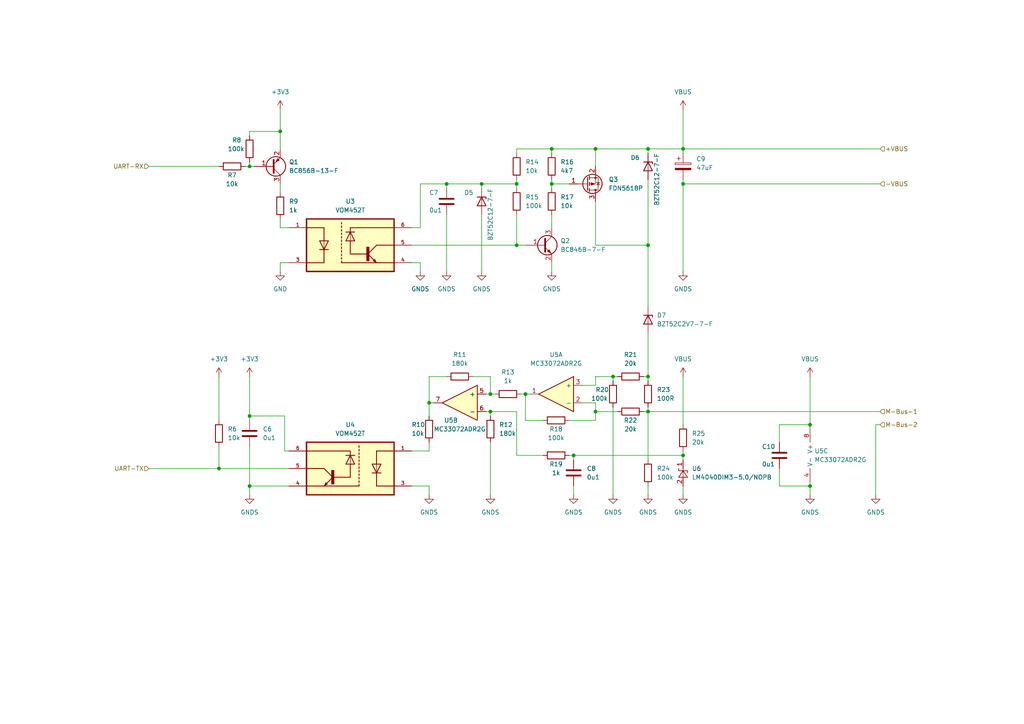
<source format=kicad_sch>
(kicad_sch (version 20211123) (generator eeschema)
  (paper "A4")
  (title_block (title "M-Bus Master Interface") (date "2023-06-27") (rev "1.0") (company "GrayC GmbH") (comment 1 "Fabian Schlegel") (comment 2 "36V Bus Level / 3.3V UART Level") (comment 4 "M-Bus to UART Level Shifter"))
  (lib_symbols
    (symbol "Device:C" (pin_numbers hide) (pin_names (offset 0.254))
      (property "Reference" "C" (at 0.635 2.54 0))
      (property "Value" "C" (at 0.635 -2.54 0))
      (symbol "C_0_1"
        (polyline (pts (xy -2.032 -0.762) (xy 2.032 -0.762)) (stroke (width 0.508)))
        (polyline (pts (xy -2.032 0.762) (xy 2.032 0.762)) (stroke (width 0.508)))
      )
      (symbol "C_1_1"
        (pin passive line (at 0 3.81 270) (length 2.794) (name "~") (number "1"))
        (pin passive line (at 0 -3.81 90) (length 2.794) (name "~") (number "2"))
      )
    )
    (symbol "Device:C_Polarized" (pin_numbers hide) (pin_names (offset 0.254))
      (property "Reference" "C" (at 0.635 2.54 0))
      (property "Value" "C_Polarized" (at 0.635 -2.54 0))
      (symbol "C_Polarized_0_1"
        (rectangle (start -2.286 0.508) (end 2.286 1.016))
        (polyline (pts (xy -1.778 2.286) (xy -0.762 2.286)))
        (polyline (pts (xy -1.27 2.794) (xy -1.27 1.778)))
        (rectangle (start 2.286 -0.508) (end -2.286 -1.016) (fill (type outline)))
      )
      (symbol "C_Polarized_1_1"
        (pin passive line (at 0 3.81 270) (length 2.794) (name "~") (number "1"))
        (pin passive line (at 0 -3.81 90) (length 2.794) (name "~") (number "2"))
      )
    )
    (symbol "Device:D_Zener" (pin_numbers hide) (pin_names (offset 1.016) hide)
      (property "Reference" "D" (at 0 2.54 0))
      (property "Value" "D_Zener" (at 0 -2.54 0))
      (symbol "D_Zener_0_1"
        (polyline (pts (xy 1.27 0) (xy -1.27 0)))
        (polyline (pts (xy -1.27 -1.27) (xy -1.27 1.27) (xy -0.762 1.27)) (stroke (width 0.254)))
        (polyline (pts (xy 1.27 -1.27) (xy 1.27 1.27) (xy -1.27 0) (xy 1.27 -1.27)) (stroke (width 0.254)))
      )
      (symbol "D_Zener_1_1"
        (pin passive line (at -3.81 0 0) (length 2.54) (name "K") (number "1"))
        (pin passive line (at 3.81 0 180) (length 2.54) (name "A") (number "2"))
      )
    )
    (symbol "Device:Opamp_Dual"
      (property "Reference" "U" (at 0 5.08 0))
      (property "Value" "Opamp_Dual" (at 0 -5.08 0))
      (symbol "Opamp_Dual_1_1"
        (polyline (pts (xy -5.08 5.08) (xy 5.08 0) (xy -5.08 -5.08) (xy -5.08 5.08)) (stroke (width 0.254)) (fill (type background)))
        (pin output line (at 7.62 0 180) (length 2.54) (name "~") (number "1"))
        (pin input line (at -7.62 -2.54 0) (length 2.54) (name "-") (number "2"))
        (pin input line (at -7.62 2.54 0) (length 2.54) (name "+") (number "3"))
      )
      (symbol "Opamp_Dual_2_1"
        (polyline (pts (xy -5.08 5.08) (xy 5.08 0) (xy -5.08 -5.08) (xy -5.08 5.08)) (stroke (width 0.254)) (fill (type background)))
        (pin input line (at -7.62 2.54 0) (length 2.54) (name "+") (number "5"))
        (pin input line (at -7.62 -2.54 0) (length 2.54) (name "-") (number "6"))
        (pin output line (at 7.62 0 180) (length 2.54) (name "~") (number "7"))
      )
      (symbol "Opamp_Dual_3_1"
        (pin power_in line (at -2.54 -7.62 90) (length 3.81) (name "V-") (number "4"))
        (pin power_in line (at -2.54 7.62 270) (length 3.81) (name "V+") (number "8"))
      )
    )
    (symbol "Device:Q_PMOS_GSD" (pin_names (offset 0) hide)
      (property "Reference" "Q" (at 5.08 1.27 0))
      (property "Value" "Q_PMOS_GSD" (at 5.08 -1.27 0))
      (symbol "Q_PMOS_GSD_0_1"
        (polyline (pts (xy 0.254 0) (xy -2.54 0)))
        (polyline (pts (xy 0.254 1.905) (xy 0.254 -1.905)) (stroke (width 0.254)))
        (polyline (pts (xy 0.762 -1.27) (xy 0.762 -2.286)) (stroke (width 0.254)))
        (polyline (pts (xy 0.762 0.508) (xy 0.762 -0.508)) (stroke (width 0.254)))
        (polyline (pts (xy 0.762 2.286) (xy 0.762 1.27)) (stroke (width 0.254)))
        (polyline (pts (xy 2.54 2.54) (xy 2.54 1.778)))
        (polyline (pts (xy 2.54 -2.54) (xy 2.54 0) (xy 0.762 0)))
        (polyline (pts (xy 0.762 1.778) (xy 3.302 1.778) (xy 3.302 -1.778) (xy 0.762 -1.778)))
        (polyline (pts (xy 2.286 0) (xy 1.27 0.381) (xy 1.27 -0.381) (xy 2.286 0)) (fill (type outline)))
        (polyline (pts (xy 2.794 -0.508) (xy 2.921 -0.381) (xy 3.683 -0.381) (xy 3.81 -0.254)))
        (polyline (pts (xy 3.302 -0.381) (xy 2.921 0.254) (xy 3.683 0.254) (xy 3.302 -0.381)))
        (circle (center 1.651 0) (radius 2.794) (stroke (width 0.254)))
        (circle (center 2.54 -1.778) (radius 0.254) (fill (type outline)))
        (circle (center 2.54 1.778) (radius 0.254) (fill (type outline)))
      )
      (symbol "Q_PMOS_GSD_1_1"
        (pin input line (at -5.08 0 0) (length 2.54) (name "G") (number "1"))
        (pin passive line (at 2.54 -5.08 90) (length 2.54) (name "S") (number "2"))
        (pin passive line (at 2.54 5.08 270) (length 2.54) (name "D") (number "3"))
      )
    )
    (symbol "Device:R" (pin_numbers hide) (pin_names (offset 0))
      (property "Reference" "R" (at 2.032 0 90))
      (property "Value" "R" (at 0 0 90))
      (symbol "R_0_1"
        (rectangle (start -1.016 -2.54) (end 1.016 2.54) (stroke (width 0.254)))
      )
      (symbol "R_1_1"
        (pin passive line (at 0 3.81 270) (length 1.27) (name "~") (number "1"))
        (pin passive line (at 0 -3.81 90) (length 1.27) (name "~") (number "2"))
      )
    )
    (symbol "Reference_Voltage:LM4040DBZ-5" (pin_names (offset 0.0254) hide)
      (property "Reference" "U" (at 0 2.54 0))
      (property "Value" "LM4040DBZ-5" (at 0 -3.175 0))
      (symbol "LM4040DBZ-5_0_1"
        (polyline (pts (xy -1.27 0) (xy 0 0) (xy 1.27 0)))
        (polyline (pts (xy -1.27 -1.27) (xy 0.635 0) (xy -1.27 1.27) (xy -1.27 -1.27)) (stroke (width 0.2032)))
        (polyline (pts (xy 0 -1.27) (xy 0.635 -1.27) (xy 0.635 1.27) (xy 1.27 1.27)) (stroke (width 0.2032)))
      )
      (symbol "LM4040DBZ-5_1_1"
        (pin passive line (at 3.81 0 180) (length 2.54) (name "K") (number "1"))
        (pin passive line (at -3.81 0 0) (length 2.54) (name "A") (number "2"))
      )
    )
    (symbol "Transistor_BJT:BC846" (pin_names (offset 0) hide)
      (property "Reference" "Q" (at 5.08 1.905 0))
      (property "Value" "BC846" (at 5.08 0 0))
      (symbol "BC846_0_1"
        (polyline (pts (xy 0.635 0.635) (xy 2.54 2.54)))
        (polyline (pts (xy 0.635 -0.635) (xy 2.54 -2.54) (xy 2.54 -2.54)))
        (polyline (pts (xy 0.635 1.905) (xy 0.635 -1.905) (xy 0.635 -1.905)) (stroke (width 0.508)))
        (polyline (pts (xy 1.27 -1.778) (xy 1.778 -1.27) (xy 2.286 -2.286) (xy 1.27 -1.778) (xy 1.27 -1.778)) (fill (type outline)))
        (circle (center 1.27 0) (radius 2.8194) (stroke (width 0.254)))
      )
      (symbol "BC846_1_1"
        (pin input line (at -5.08 0 0) (length 5.715) (name "B") (number "1"))
        (pin passive line (at 2.54 -5.08 90) (length 2.54) (name "E") (number "2"))
        (pin passive line (at 2.54 5.08 270) (length 2.54) (name "C") (number "3"))
      )
    )
    (symbol "Transistor_BJT:BC856" (pin_names (offset 0) hide)
      (property "Reference" "Q" (at 5.08 1.905 0))
      (property "Value" "BC856" (at 5.08 0 0))
      (symbol "BC856_0_1"
        (polyline (pts (xy 0.635 0.635) (xy 2.54 2.54)))
        (polyline (pts (xy 0.635 -0.635) (xy 2.54 -2.54) (xy 2.54 -2.54)))
        (polyline (pts (xy 0.635 1.905) (xy 0.635 -1.905) (xy 0.635 -1.905)) (stroke (width 0.508)))
        (polyline (pts (xy 2.286 -1.778) (xy 1.778 -2.286) (xy 1.27 -1.27) (xy 2.286 -1.778) (xy 2.286 -1.778)) (fill (type outline)))
        (circle (center 1.27 0) (radius 2.8194) (stroke (width 0.254)))
      )
      (symbol "BC856_1_1"
        (pin input line (at -5.08 0 0) (length 5.715) (name "B") (number "1"))
        (pin passive line (at 2.54 -5.08 90) (length 2.54) (name "E") (number "2"))
        (pin passive line (at 2.54 5.08 270) (length 2.54) (name "C") (number "3"))
      )
    )
    (symbol "VOM452T:VOM452T" (pin_names (offset 1.016))
      (property "Reference" "U" (at -5.0881 8.141 0))
      (property "Value" "VOM452T" (at -5.0815 -10.1631 0))
      (symbol "VOM452T_0_0"
        (rectangle (start -12.7 -7.62) (end 12.7 7.62) (stroke (width 0.4064)) (fill (type background)))
        (polyline (pts (xy -7.62 -5.08) (xy -12.7 -5.08)) (stroke (width 0.254)))
        (polyline (pts (xy -7.62 -1.27) (xy -8.89 -1.27)) (stroke (width 0.254)))
        (polyline (pts (xy -7.62 -1.27) (xy -8.89 1.27)) (stroke (width 0.254)))
        (polyline (pts (xy -7.62 -1.27) (xy -7.62 -5.08)) (stroke (width 0.254)))
        (polyline (pts (xy -7.62 1.27) (xy -8.89 1.27)) (stroke (width 0.254)))
        (polyline (pts (xy -7.62 1.27) (xy -7.62 -1.27)) (stroke (width 0.1524)))
        (polyline (pts (xy -7.62 1.27) (xy -7.62 5.08)) (stroke (width 0.254)))
        (polyline (pts (xy -7.62 5.08) (xy -12.7 5.08)) (stroke (width 0.254)))
        (polyline (pts (xy -6.35 -1.27) (xy -7.62 -1.27)) (stroke (width 0.254)))
        (polyline (pts (xy -6.35 1.27) (xy -7.62 -1.27)) (stroke (width 0.254)))
        (polyline (pts (xy -6.35 1.27) (xy -7.62 1.27)) (stroke (width 0.254)))
        (polyline (pts (xy -2.54 -5.08) (xy -2.54 -4.572)) (stroke (width 0.254)))
        (polyline (pts (xy -2.54 -4.064) (xy -2.54 -3.556)) (stroke (width 0.254)))
        (polyline (pts (xy -2.54 -3.048) (xy -2.54 -2.54)) (stroke (width 0.254)))
        (polyline (pts (xy -2.54 -2.032) (xy -2.54 -1.524)) (stroke (width 0.254)))
        (polyline (pts (xy -2.54 -1.016) (xy -2.54 -0.508)) (stroke (width 0.254)))
        (polyline (pts (xy -2.54 0) (xy -2.54 0.508)) (stroke (width 0.254)))
        (polyline (pts (xy -2.54 1.016) (xy -2.54 1.524)) (stroke (width 0.254)))
        (polyline (pts (xy -2.54 2.032) (xy -2.54 2.54)) (stroke (width 0.254)))
        (polyline (pts (xy -2.54 3.048) (xy -2.54 3.556)) (stroke (width 0.254)))
        (polyline (pts (xy -2.54 4.064) (xy -2.54 4.572)) (stroke (width 0.254)))
        (polyline (pts (xy -2.54 5.08) (xy -2.54 5.588)) (stroke (width 0.254)))
        (polyline (pts (xy -2.54 6.096) (xy -2.54 6.604)) (stroke (width 0.254)))
        (polyline (pts (xy -1.27 1.27) (xy 0 1.27)) (stroke (width 0.254)))
        (polyline (pts (xy -1.27 1.27) (xy 0 3.81)) (stroke (width 0.254)))
        (polyline (pts (xy -1.27 3.81) (xy 0 3.81)) (stroke (width 0.254)))
        (polyline (pts (xy 0 -2.54) (xy 5.08 -2.54)) (stroke (width 0.254)))
        (polyline (pts (xy 0 1.27) (xy 0 -2.54)) (stroke (width 0.254)))
        (polyline (pts (xy 0 1.27) (xy 0 3.81)) (stroke (width 0.1524)))
        (polyline (pts (xy 0 1.27) (xy 1.27 1.27)) (stroke (width 0.254)))
        (polyline (pts (xy 0 3.81) (xy 0 5.08)) (stroke (width 0.254)))
        (polyline (pts (xy 0 3.81) (xy 1.27 1.27)) (stroke (width 0.254)))
        (polyline (pts (xy 0 3.81) (xy 1.27 3.81)) (stroke (width 0.254)))
        (polyline (pts (xy 0 5.08) (xy 12.7 5.08)) (stroke (width 0.254)))
        (polyline (pts (xy 5.08 -2.54) (xy 7.62 -5.08)) (stroke (width 0.254)))
        (polyline (pts (xy 7.62 -5.08) (xy -2.54 -5.08)) (stroke (width 0.254)))
        (polyline (pts (xy 7.62 -5.08) (xy 12.7 -5.08)) (stroke (width 0.254)))
        (polyline (pts (xy 7.62 0) (xy 5.08 -2.54)) (stroke (width 0.254)))
        (polyline (pts (xy 7.62 0) (xy 12.7 0)) (stroke (width 0.254)))
        (polyline (pts (xy 7.493 -4.953) (xy 7.112 -4.064) (xy 6.604 -4.572) (xy 7.493 -4.953)) (stroke (width 0.1524)) (fill (type outline)))
        (rectangle (start 4.7066 -4.5794) (end 5.461 -0.508) (stroke (width 0.1)) (fill (type outline)))
        (pin passive line (at -17.78 5.08 0) (length 5.08) (name "~") (number "1"))
        (pin passive line (at -17.78 -5.08 0) (length 5.08) (name "~") (number "3"))
        (pin passive line (at 17.78 -5.08 180) (length 5.08) (name "~") (number "4"))
        (pin passive line (at 17.78 0 180) (length 5.08) (name "~") (number "5"))
        (pin power_in line (at 17.78 5.08 180) (length 5.08) (name "~") (number "6"))
      )
    )
    (symbol "power:+3V3" (power) (pin_names (offset 0))
      (property "Value" "+3V3" (at 0 3.556 0))
      (symbol "+3V3_0_1"
        (polyline (pts (xy -0.762 1.27) (xy 0 2.54)))
        (polyline (pts (xy 0 0) (xy 0 2.54)))
        (polyline (pts (xy 0 2.54) (xy 0.762 1.27)))
      )
      (symbol "+3V3_1_1"
        (pin power_in line (at 0 0 90) (length 0) hide (name "+3V3") (number "1"))
      )
    )
    (symbol "power:GND" (power) (pin_names (offset 0))
      (property "Value" "GND" (at 0 -3.81 0))
      (symbol "GND_0_1"
        (polyline (pts (xy 0 0) (xy 0 -1.27) (xy 1.27 -1.27) (xy 0 -2.54) (xy -1.27 -1.27) (xy 0 -1.27)))
      )
      (symbol "GND_1_1"
        (pin power_in line (at 0 0 270) (length 0) hide (name "GND") (number "1"))
      )
    )
    (symbol "power:GNDS" (power) (pin_names (offset 0))
      (property "Value" "GNDS" (at 0 -3.81 0))
      (symbol "GNDS_0_1"
        (polyline (pts (xy 0 0) (xy 0 -1.27) (xy 1.27 -1.27) (xy 0 -2.54) (xy -1.27 -1.27) (xy 0 -1.27)))
      )
      (symbol "GNDS_1_1"
        (pin power_in line (at 0 0 270) (length 0) hide (name "GNDS") (number "1"))
      )
    )
    (symbol "power:VBUS" (power) (pin_names (offset 0))
      (property "Value" "VBUS" (at 0 3.81 0))
      (symbol "VBUS_0_1"
        (polyline (pts (xy -0.762 1.27) (xy 0 2.54)))
        (polyline (pts (xy 0 0) (xy 0 2.54)))
        (polyline (pts (xy 0 2.54) (xy 0.762 1.27)))
      )
      (symbol "VBUS_1_1"
        (pin power_in line (at 0 0 90) (length 0) hide (name "VBUS") (number "1"))
      )
    )
  )
  (junction (at 72.39 48.26))
  (junction (at 81.28 38.1))
  (junction (at 198.12 43.18))
  (junction (at 142.24 114.3))
  (junction (at 198.12 53.34))
  (junction (at 152.4 114.3))
  (junction (at 142.24 119.38))
  (junction (at 160.02 43.18))
  (junction (at 149.86 53.34))
  (junction (at 166.37 132.08))
  (junction (at 72.39 120.65))
  (junction (at 129.54 53.34))
  (junction (at 187.96 43.18))
  (junction (at 149.86 71.12))
  (junction (at 187.96 119.38))
  (junction (at 198.12 132.08))
  (junction (at 177.8 109.22))
  (junction (at 124.46 116.84))
  (junction (at 160.02 53.34))
  (junction (at 72.39 140.97))
  (junction (at 234.95 140.97))
  (junction (at 172.72 43.18))
  (junction (at 63.5 135.89))
  (junction (at 187.96 71.12))
  (junction (at 234.95 123.19))
  (junction (at 172.72 119.38))
  (junction (at 139.7 53.34))
  (junction (at 187.96 109.22))
  (wire (pts (xy 177.8 109.22) (xy 179.07 109.22)))
  (wire (pts (xy 152.4 114.3) (xy 152.4 121.92)))
  (wire (pts (xy 149.86 71.12) (xy 152.4 71.12)))
  (wire (pts (xy 139.7 62.23) (xy 139.7 78.74)))
  (wire (pts (xy 149.86 44.45) (xy 149.86 43.18)))
  (wire (pts (xy 160.02 76.2) (xy 160.02 78.74)))
  (wire (pts (xy 124.46 109.22) (xy 129.54 109.22)))
  (wire (pts (xy 187.96 109.22) (xy 187.96 110.49)))
  (wire (pts (xy 82.55 120.65) (xy 82.55 130.81)))
  (wire (pts (xy 198.12 53.34) (xy 255.27 53.34)))
  (wire (pts (xy 172.72 116.84) (xy 172.72 119.38)))
  (wire (pts (xy 152.4 121.92) (xy 157.48 121.92)))
  (wire (pts (xy 160.02 53.34) (xy 160.02 54.61)))
  (wire (pts (xy 160.02 62.23) (xy 160.02 66.04)))
  (wire (pts (xy 72.39 121.92) (xy 72.39 120.65)))
  (wire (pts (xy 140.97 114.3) (xy 142.24 114.3)))
  (wire (pts (xy 172.72 43.18) (xy 172.72 48.26)))
  (wire (pts (xy 234.95 123.19) (xy 234.95 124.46)))
  (wire (pts (xy 139.7 53.34) (xy 139.7 54.61)))
  (wire (pts (xy 234.95 140.97) (xy 234.95 139.7)))
  (wire (pts (xy 187.96 43.18) (xy 198.12 43.18)))
  (wire (pts (xy 187.96 140.97) (xy 187.96 143.51)))
  (wire (pts (xy 124.46 116.84) (xy 124.46 120.65)))
  (wire (pts (xy 140.97 119.38) (xy 142.24 119.38)))
  (wire (pts (xy 119.38 71.12) (xy 149.86 71.12)))
  (wire (pts (xy 43.18 48.26) (xy 63.5 48.26)))
  (wire (pts (xy 255.27 43.18) (xy 198.12 43.18)))
  (wire (pts (xy 226.06 128.27) (xy 226.06 123.19)))
  (wire (pts (xy 72.39 129.54) (xy 72.39 140.97)))
  (wire (pts (xy 187.96 119.38) (xy 255.27 119.38)))
  (wire (pts (xy 187.96 44.45) (xy 187.96 43.18)))
  (wire (pts (xy 160.02 52.07) (xy 160.02 53.34)))
  (wire (pts (xy 187.96 52.07) (xy 187.96 71.12)))
  (wire (pts (xy 149.86 52.07) (xy 149.86 53.34)))
  (wire (pts (xy 129.54 53.34) (xy 129.54 54.61)))
  (wire (pts (xy 124.46 140.97) (xy 124.46 143.51)))
  (wire (pts (xy 125.73 116.84) (xy 124.46 116.84)))
  (wire (pts (xy 165.1 132.08) (xy 166.37 132.08)))
  (wire (pts (xy 160.02 43.18) (xy 160.02 44.45)))
  (wire (pts (xy 172.72 119.38) (xy 179.07 119.38)))
  (wire (pts (xy 226.06 140.97) (xy 234.95 140.97)))
  (wire (pts (xy 166.37 140.97) (xy 166.37 143.51)))
  (wire (pts (xy 142.24 119.38) (xy 142.24 120.65)))
  (wire (pts (xy 124.46 130.81) (xy 124.46 128.27)))
  (wire (pts (xy 121.92 76.2) (xy 121.92 78.74)))
  (wire (pts (xy 254 123.19) (xy 254 143.51)))
  (wire (pts (xy 137.16 109.22) (xy 142.24 109.22)))
  (wire (pts (xy 124.46 116.84) (xy 124.46 109.22)))
  (wire (pts (xy 139.7 53.34) (xy 149.86 53.34)))
  (wire (pts (xy 198.12 52.07) (xy 198.12 53.34)))
  (wire (pts (xy 234.95 109.22) (xy 234.95 123.19)))
  (wire (pts (xy 152.4 114.3) (xy 153.67 114.3)))
  (wire (pts (xy 121.92 53.34) (xy 129.54 53.34)))
  (wire (pts (xy 121.92 66.04) (xy 121.92 53.34)))
  (wire (pts (xy 149.86 132.08) (xy 149.86 119.38)))
  (wire (pts (xy 226.06 135.89) (xy 226.06 140.97)))
  (wire (pts (xy 119.38 130.81) (xy 124.46 130.81)))
  (wire (pts (xy 81.28 78.74) (xy 81.28 76.2)))
  (wire (pts (xy 119.38 66.04) (xy 121.92 66.04)))
  (wire (pts (xy 129.54 53.34) (xy 139.7 53.34)))
  (wire (pts (xy 168.91 116.84) (xy 172.72 116.84)))
  (wire (pts (xy 119.38 76.2) (xy 121.92 76.2)))
  (wire (pts (xy 198.12 132.08) (xy 198.12 133.35)))
  (wire (pts (xy 81.28 66.04) (xy 83.82 66.04)))
  (wire (pts (xy 172.72 109.22) (xy 177.8 109.22)))
  (wire (pts (xy 187.96 119.38) (xy 187.96 133.35)))
  (wire (pts (xy 166.37 132.08) (xy 198.12 132.08)))
  (wire (pts (xy 63.5 135.89) (xy 83.82 135.89)))
  (wire (pts (xy 160.02 43.18) (xy 172.72 43.18)))
  (wire (pts (xy 149.86 119.38) (xy 142.24 119.38)))
  (wire (pts (xy 172.72 119.38) (xy 172.72 121.92)))
  (wire (pts (xy 172.72 58.42) (xy 172.72 71.12)))
  (wire (pts (xy 71.12 48.26) (xy 72.39 48.26)))
  (wire (pts (xy 177.8 118.11) (xy 177.8 143.51)))
  (wire (pts (xy 81.28 31.75) (xy 81.28 38.1)))
  (wire (pts (xy 43.18 135.89) (xy 63.5 135.89)))
  (wire (pts (xy 63.5 129.54) (xy 63.5 135.89)))
  (wire (pts (xy 83.82 140.97) (xy 72.39 140.97)))
  (wire (pts (xy 157.48 132.08) (xy 149.86 132.08)))
  (wire (pts (xy 81.28 63.5) (xy 81.28 66.04)))
  (wire (pts (xy 187.96 119.38) (xy 187.96 118.11)))
  (wire (pts (xy 172.72 43.18) (xy 187.96 43.18)))
  (wire (pts (xy 142.24 114.3) (xy 143.51 114.3)))
  (wire (pts (xy 149.86 53.34) (xy 149.86 54.61)))
  (wire (pts (xy 255.27 123.19) (xy 254 123.19)))
  (wire (pts (xy 72.39 140.97) (xy 72.39 143.51)))
  (wire (pts (xy 119.38 140.97) (xy 124.46 140.97)))
  (wire (pts (xy 198.12 43.18) (xy 198.12 44.45)))
  (wire (pts (xy 234.95 140.97) (xy 234.95 143.51)))
  (wire (pts (xy 72.39 38.1) (xy 81.28 38.1)))
  (wire (pts (xy 72.39 46.99) (xy 72.39 48.26)))
  (wire (pts (xy 160.02 53.34) (xy 165.1 53.34)))
  (wire (pts (xy 142.24 109.22) (xy 142.24 114.3)))
  (wire (pts (xy 198.12 53.34) (xy 198.12 78.74)))
  (wire (pts (xy 149.86 43.18) (xy 160.02 43.18)))
  (wire (pts (xy 151.13 114.3) (xy 152.4 114.3)))
  (wire (pts (xy 186.69 119.38) (xy 187.96 119.38)))
  (wire (pts (xy 187.96 71.12) (xy 187.96 88.9)))
  (wire (pts (xy 166.37 132.08) (xy 166.37 133.35)))
  (wire (pts (xy 63.5 109.22) (xy 63.5 121.92)))
  (wire (pts (xy 72.39 39.37) (xy 72.39 38.1)))
  (wire (pts (xy 187.96 96.52) (xy 187.96 109.22)))
  (wire (pts (xy 82.55 130.81) (xy 83.82 130.81)))
  (wire (pts (xy 72.39 48.26) (xy 73.66 48.26)))
  (wire (pts (xy 72.39 120.65) (xy 82.55 120.65)))
  (wire (pts (xy 81.28 38.1) (xy 81.28 43.18)))
  (wire (pts (xy 186.69 109.22) (xy 187.96 109.22)))
  (wire (pts (xy 81.28 76.2) (xy 83.82 76.2)))
  (wire (pts (xy 72.39 109.22) (xy 72.39 120.65)))
  (wire (pts (xy 198.12 140.97) (xy 198.12 143.51)))
  (wire (pts (xy 165.1 121.92) (xy 172.72 121.92)))
  (wire (pts (xy 198.12 31.75) (xy 198.12 43.18)))
  (wire (pts (xy 198.12 130.81) (xy 198.12 132.08)))
  (wire (pts (xy 81.28 53.34) (xy 81.28 55.88)))
  (wire (pts (xy 142.24 128.27) (xy 142.24 143.51)))
  (wire (pts (xy 177.8 109.22) (xy 177.8 110.49)))
  (wire (pts (xy 172.72 71.12) (xy 187.96 71.12)))
  (wire (pts (xy 198.12 109.22) (xy 198.12 123.19)))
  (wire (pts (xy 226.06 123.19) (xy 234.95 123.19)))
  (wire (pts (xy 172.72 111.76) (xy 172.72 109.22)))
  (wire (pts (xy 168.91 111.76) (xy 172.72 111.76)))
  (wire (pts (xy 129.54 62.23) (xy 129.54 78.74)))
  (wire (pts (xy 149.86 62.23) (xy 149.86 71.12)))
  (hierarchical_label "M-Bus-1" (shape input) (at 255.27 119.38 0))
  (hierarchical_label "UART-TX" (shape input) (at 43.18 135.89 180))
  (hierarchical_label "UART-RX" (shape input) (at 43.18 48.26 180))
  (hierarchical_label "M-Bus-2" (shape input) (at 255.27 123.19 0))
  (hierarchical_label "-VBUS" (shape input) (at 255.27 53.34 0))
  (hierarchical_label "+VBUS" (shape input) (at 255.27 43.18 0))
  (symbol (lib_id "power:GNDS") (at 166.37 143.51 0) (unit 1)
    (property "Reference" "#PWR030" (effects hide))
    (property "Value" "GNDS" (at 166.37 148.59 0))
  )
  (symbol (lib_id "power:GNDS") (at 121.92 78.74 0) (unit 1)
    (property "Reference" "#PWR023" (effects hide))
    (property "Value" "GNDS" (at 121.92 83.82 0))
  )
  (symbol (lib_id "Device:R") (at 67.31 48.26 90) (unit 1)
    (property "Reference" "R7" (at 67.31 50.8 90))
    (property "Value" "10k" (at 67.31 53.34 90))
    (property "Footprint" "Resistor_SMD:R_0603_1608Metric_Pad0.98x0.95mm_HandSolder" (effects hide))
    (property "manf#" "RN73H1JTTD1002F25" (effects hide))
    (property "mouser#" "660-RN73H1TD1002F25" (effects hide))
  )
  (symbol (lib_id "Reference_Voltage:LM4040DBZ-5") (at 198.12 137.16 90) (unit 1)
    (property "Reference" "U6" (at 200.66 135.8899 90) (effects (justify right)))
    (property "Value" "LM4040DIM3-5.0/NOPB" (at 200.66 138.4299 90) (effects (justify right)))
    (property "Footprint" "Package_TO_SOT_SMD:SOT-23" (effects hide))
    (property "Datasheet" "http://www.ti.com/lit/ds/symlink/lm4040-n.pdf" (effects hide))
    (property "manf#" "LM4040DIM3-5.0/NOPB" (effects hide))
    (property "mouser#" "926-LM4040DIM350NOPB" (effects hide))
  )
  (symbol (lib_id "Device:R") (at 177.8 114.3 180) (unit 1)
    (property "Reference" "R20" (at 172.72 113.03 0) (effects (justify right)))
    (property "Value" "100k" (at 171.45 115.57 0) (effects (justify right)))
    (property "Footprint" "Resistor_SMD:R_0603_1608Metric_Pad0.98x0.95mm_HandSolder" (effects hide))
    (property "manf#" "RN73H1JTTD1003F25" (effects hide))
    (property "mouser#" "660-RN73H1JTD1003F25" (effects hide))
  )
  (symbol (lib_id "power:GNDS") (at 198.12 78.74 0) (unit 1)
    (property "Reference" "#PWR034" (effects hide))
    (property "Value" "GNDS" (at 198.12 83.82 0))
  )
  (symbol (lib_id "Device:C") (at 72.39 125.73 0) (unit 1)
    (property "Reference" "C6" (at 76.2 124.4599 0) (effects (justify left)))
    (property "Value" "0u1" (at 76.2 126.9999 0) (effects (justify left)))
    (property "Footprint" "Capacitor_SMD:C_0603_1608Metric_Pad1.08x0.95mm_HandSolder" (effects hide))
    (property "Product" "https://www.mouser.de/ProductDetail/KEMET/C1206C104M6RACTU?qs=F5EMLAvA7IBTviv6fCZN3A%3D%3D" (effects hide))
    (property "manf#" "C1206C104M6RACTU" (effects hide))
    (property "mouser#" "80-C1206C104M6R" (effects hide))
  )
  (symbol (lib_id "Device:R") (at 182.88 109.22 270) (unit 1)
    (property "Reference" "R21" (at 182.88 102.87 90))
    (property "Value" "20k" (at 182.88 105.41 90))
    (property "Footprint" "Resistor_SMD:R_0603_1608Metric_Pad0.98x0.95mm_HandSolder" (effects hide))
    (property "manf#" "RN73H1JTTD2002B10" (effects hide))
    (property "mouser#" "660-RN73H1JTD2002B10" (effects hide))
  )
  (symbol (lib_id "Device:C") (at 129.54 58.42 0) (unit 1)
    (property "Reference" "C7" (at 124.46 55.88 0) (effects (justify left)))
    (property "Value" "0u1" (at 124.46 60.96 0) (effects (justify left)))
    (property "Footprint" "Capacitor_SMD:C_0603_1608Metric_Pad1.08x0.95mm_HandSolder" (effects hide))
    (property "Product" "https://www.mouser.de/ProductDetail/KEMET/C1206C104M6RACTU?qs=F5EMLAvA7IBTviv6fCZN3A%3D%3D" (effects hide))
    (property "manf#" "C1206C104M6RACTU" (effects hide))
    (property "mouser#" "80-C1206C104M6R" (effects hide))
  )
  (symbol (lib_id "Device:R") (at 72.39 43.18 180) (unit 1)
    (property "Reference" "R8" (at 67.31 40.64 0) (effects (justify right)))
    (property "Value" "100k" (at 66.04 43.18 0) (effects (justify right)))
    (property "Footprint" "Resistor_SMD:R_0603_1608Metric_Pad0.98x0.95mm_HandSolder" (effects hide))
    (property "manf#" "RN73H1JTTD1003F25" (effects hide))
    (property "mouser#" "660-RN73H1JTD1003F25" (effects hide))
  )
  (symbol (lib_id "Device:R") (at 161.29 132.08 90) (unit 1)
    (property "Reference" "R19" (at 161.29 134.62 90))
    (property "Value" "1k" (at 161.29 137.16 90))
    (property "Footprint" "Resistor_SMD:R_0603_1608Metric_Pad0.98x0.95mm_HandSolder" (effects hide))
    (property "manf#" "RN73H1JTTD1001B25" (effects hide))
    (property "mouser#" "660-RN73H1JTD1001B25" (effects hide))
  )
  (symbol (lib_id "Device:C_Polarized") (at 198.12 48.26 0) (unit 1)
    (property "Reference" "C9" (at 201.93 46.1009 0) (effects (justify left)))
    (property "Value" "47uF" (at 201.93 48.6409 0) (effects (justify left)))
    (property "Footprint" "Capacitor_SMD:CP_Elec_6.3x7.7" (effects hide))
    (property "manf#" "EDK476M050S9HAA" (effects hide))
    (property "mouser#" "80-EDK476M050S9HAA" (effects hide))
  )
  (symbol (lib_id "power:GNDS") (at 72.39 143.51 0) (unit 1)
    (property "Reference" "#PWR020" (effects hide))
    (property "Value" "GNDS" (at 72.39 148.59 0))
  )
  (symbol (lib_id "Device:C") (at 226.06 132.08 0) (unit 1)
    (property "Reference" "C10" (at 220.98 129.54 0) (effects (justify left)))
    (property "Value" "0u1" (at 220.98 134.62 0) (effects (justify left)))
    (property "Footprint" "Capacitor_SMD:C_0603_1608Metric_Pad1.08x0.95mm_HandSolder" (effects hide))
    (property "Product" "https://www.mouser.de/ProductDetail/KEMET/C1206C104M6RACTU?qs=F5EMLAvA7IBTviv6fCZN3A%3D%3D" (effects hide))
    (property "manf#" "C1206C104M6RACTU" (effects hide))
    (property "mouser#" "80-C1206C104M6R" (effects hide))
  )
  (symbol (lib_id "power:VBUS") (at 234.95 109.22 0) (unit 1)
    (property "Reference" "#PWR037" (effects hide))
    (property "Value" "VBUS" (at 234.95 104.14 0))
  )
  (symbol (lib_id "Device:R") (at 198.12 127 180) (unit 1)
    (property "Reference" "R25" (at 200.66 125.7299 0) (effects (justify right)))
    (property "Value" "20k" (at 200.66 128.2699 0) (effects (justify right)))
    (property "Footprint" "Resistor_SMD:R_0603_1608Metric_Pad0.98x0.95mm_HandSolder" (effects hide))
    (property "manf#" "RN73H1JTTD2002B10" (effects hide))
    (property "mouser#" "660-RN73H1JTD2002B10" (effects hide))
  )
  (symbol (lib_id "Device:R") (at 161.29 121.92 270) (unit 1)
    (property "Reference" "R18" (at 161.29 124.46 90))
    (property "Value" "100k" (at 161.29 127 90))
    (property "Footprint" "Resistor_SMD:R_0603_1608Metric_Pad0.98x0.95mm_HandSolder" (effects hide))
    (property "manf#" "RN73H1JTTD1003F25" (effects hide))
    (property "mouser#" "660-RN73H1JTD1003F25" (effects hide))
  )
  (symbol (lib_id "Device:R") (at 187.96 137.16 0) (unit 1)
    (property "Reference" "R24" (at 190.5 135.8899 0) (effects (justify left)))
    (property "Value" "100k" (at 190.5 138.4299 0) (effects (justify left)))
    (property "Footprint" "Resistor_SMD:R_0603_1608Metric_Pad0.98x0.95mm_HandSolder" (effects hide))
    (property "manf#" "RN73H1JTTD1003F25" (effects hide))
    (property "mouser#" "660-RN73H1JTD1003F25" (effects hide))
  )
  (symbol (lib_id "power:GNDS") (at 254 143.51 0) (unit 1)
    (property "Reference" "#PWR039" (effects hide))
    (property "Value" "GNDS" (at 254 148.59 0))
  )
  (symbol (lib_id "Device:R") (at 147.32 114.3 270) (unit 1)
    (property "Reference" "R13" (at 147.32 107.95 90))
    (property "Value" "1k" (at 147.32 110.49 90))
    (property "Footprint" "Resistor_SMD:R_0603_1608Metric_Pad0.98x0.95mm_HandSolder" (effects hide))
    (property "manf#" "RN73H1JTTD1001B25" (effects hide))
    (property "mouser#" "660-RN73H1JTD1001B25" (effects hide))
  )
  (symbol (lib_id "power:GNDS") (at 129.54 78.74 0) (unit 1)
    (property "Reference" "#PWR025" (effects hide))
    (property "Value" "GNDS" (at 129.54 83.82 0))
  )
  (symbol (lib_id "power:GNDS") (at 142.24 143.51 0) (unit 1)
    (property "Reference" "#PWR027" (effects hide))
    (property "Value" "GNDS" (at 142.24 148.59 0))
  )
  (symbol (lib_id "Device:R") (at 124.46 124.46 180) (unit 1)
    (property "Reference" "R10" (at 119.38 123.19 0) (effects (justify right)))
    (property "Value" "10k" (at 119.38 125.73 0) (effects (justify right)))
    (property "Footprint" "Resistor_SMD:R_0603_1608Metric_Pad0.98x0.95mm_HandSolder" (effects hide))
    (property "manf#" "RN73H1JTTD1002F25" (effects hide))
    (property "mouser#" "660-RN73H1TD1002F25" (effects hide))
  )
  (symbol (lib_id "Device:R") (at 149.86 58.42 180) (unit 1)
    (property "Reference" "R15" (at 152.4 57.1499 0) (effects (justify right)))
    (property "Value" "100k" (at 152.4 59.6899 0) (effects (justify right)))
    (property "Footprint" "Resistor_SMD:R_0603_1608Metric_Pad0.98x0.95mm_HandSolder" (effects hide))
    (property "manf#" "RN73H1JTTD1003F25" (effects hide))
    (property "mouser#" "660-RN73H1JTD1003F25" (effects hide))
  )
  (symbol (lib_id "Device:R") (at 142.24 124.46 0) (unit 1)
    (property "Reference" "R12" (at 144.78 123.1899 0) (effects (justify left)))
    (property "Value" "180k" (at 144.78 125.7299 0) (effects (justify left)))
    (property "Footprint" "Resistor_SMD:R_0603_1608Metric_Pad0.98x0.95mm_HandSolder" (effects hide))
    (property "manf#" "RN73H1JTTD1803F25" (effects hide))
    (property "mouser#" "660-RN73H1JTD1803F25" (effects hide))
  )
  (symbol (lib_id "power:GNDS") (at 124.46 143.51 0) (unit 1)
    (property "Reference" "#PWR024" (effects hide))
    (property "Value" "GNDS" (at 124.46 148.59 0))
  )
  (symbol (lib_id "power:+3V3") (at 63.5 109.22 0) (unit 1)
    (property "Reference" "#PWR018" (effects hide))
    (property "Value" "+3V3" (at 63.5 104.14 0))
  )
  (symbol (lib_id "power:GNDS") (at 187.96 143.51 0) (unit 1)
    (property "Reference" "#PWR032" (effects hide))
    (property "Value" "GNDS" (at 187.96 148.59 0))
  )
  (symbol (lib_id "Device:R") (at 160.02 58.42 180) (unit 1)
    (property "Reference" "R17" (at 162.56 57.1499 0) (effects (justify right)))
    (property "Value" "10k" (at 162.56 59.6899 0) (effects (justify right)))
    (property "Footprint" "Resistor_SMD:R_0603_1608Metric_Pad0.98x0.95mm_HandSolder" (effects hide))
    (property "manf#" "RN73H1JTTD1002F25" (effects hide))
    (property "mouser#" "660-RN73H1TD1002F25" (effects hide))
  )
  (symbol (lib_id "power:+3V3") (at 81.28 31.75 0) (unit 1)
    (property "Reference" "#PWR021" (effects hide))
    (property "Value" "+3V3" (at 81.28 26.67 0))
  )
  (symbol (lib_id "Transistor_BJT:BC856") (at 78.74 48.26 0) (mirror x) (unit 1)
    (property "Reference" "Q1" (at 83.82 46.9899 0) (effects (justify left)))
    (property "Value" "BC856B-13-F" (at 83.82 49.5299 0) (effects (justify left)))
    (property "Footprint" "Package_TO_SOT_SMD:SOT-23" (effects hide))
    (property "Datasheet" "https://www.onsemi.com/pub/Collateral/BC860-D.pdf" (effects hide))
    (property "Product" "https://www.mouser.de/ProductDetail/Diodes-Incorporated/BC856B-13-F?qs=GWgl%252BsiMZr%2F2r4POaCbFlA%3D%3D" (effects hide))
    (property "manf#" "BC856B-13-F" (effects hide))
    (property "mouser#" "621-BC856B-13-F" (effects hide))
  )
  (symbol (lib_id "Device:R") (at 81.28 59.69 0) (unit 1)
    (property "Reference" "R9" (at 83.82 58.4199 0) (effects (justify left)))
    (property "Value" "1k" (at 83.82 60.9599 0) (effects (justify left)))
    (property "Footprint" "Resistor_SMD:R_0603_1608Metric_Pad0.98x0.95mm_HandSolder" (effects hide))
    (property "manf#" "RN73H1JTTD1001B25" (effects hide))
    (property "mouser#" "660-RN73H1JTD1001B25" (effects hide))
  )
  (symbol (lib_id "VOM452T:VOM452T") (at 101.6 71.12 0) (unit 1)
    (property "Reference" "U3" (at 101.6 58.42 0))
    (property "Value" "VOM452T" (at 101.6 60.96 0))
    (property "Footprint" "inoa:SOIC127P700X230-5N" (effects hide))
    (property "MANUFACTURER" "VISHAY" (effects hide))
    (property "Product" "https://www.mouser.de/ProductDetail/Vishay-Semiconductors/VOM452T?qs=bpQgg4VtUStg0gs%252B4asVTQ%3D%3D" (effects hide))
    (property "manf#" "VOM452T" (effects hide))
    (property "mouser#" "782-VOM452T" (effects hide))
  )
  (symbol (lib_id "power:GNDS") (at 139.7 78.74 0) (unit 1)
    (property "Reference" "#PWR026" (effects hide))
    (property "Value" "GNDS" (at 139.7 83.82 0))
  )
  (symbol (lib_id "Device:R") (at 133.35 109.22 270) (unit 1)
    (property "Reference" "R11" (at 133.35 102.87 90))
    (property "Value" "180k" (at 133.35 105.41 90))
    (property "Footprint" "Resistor_SMD:R_0603_1608Metric_Pad0.98x0.95mm_HandSolder" (effects hide))
    (property "manf#" "RN73H1JTTD1803F25" (effects hide))
    (property "mouser#" "660-RN73H1JTD1803F25" (effects hide))
  )
  (symbol (lib_id "Device:R") (at 63.5 125.73 180) (unit 1)
    (property "Reference" "R6" (at 66.04 124.4599 0) (effects (justify right)))
    (property "Value" "10k" (at 66.04 126.9999 0) (effects (justify right)))
    (property "Footprint" "Resistor_SMD:R_0603_1608Metric_Pad0.98x0.95mm_HandSolder" (effects hide))
    (property "manf#" "RN73H1JTTD1002F25" (effects hide))
    (property "mouser#" "660-RN73H1TD1002F25" (effects hide))
  )
  (symbol (lib_id "Device:D_Zener") (at 187.96 92.71 270) (unit 1)
    (property "Reference" "D7" (at 190.5 91.4399 90) (effects (justify left)))
    (property "Value" "BZT52C2V7-7-F" (at 190.5 93.9799 90) (effects (justify left)))
    (property "Footprint" "Diode_SMD:D_SOD-123" (effects hide))
    (property "Product" "https://www.mouser.de/ProductDetail/Diodes-Incorporated/BZT52C2V7-7-F?qs=q5A1k7NyoAXOHAOt4UgESQ%3D%3D" (effects hide))
    (property "manf#" "BZT52C2V7-7-F" (effects hide))
    (property "mouser#" "621-BZT52C2V7-F" (effects hide))
  )
  (symbol (lib_id "power:VBUS") (at 198.12 109.22 0) (unit 1)
    (property "Reference" "#PWR035" (effects hide))
    (property "Value" "VBUS" (at 198.12 104.14 0))
  )
  (symbol (lib_id "Device:Opamp_Dual") (at 161.29 114.3 0) (mirror y) (unit 1)
    (property "Reference" "U5" (at 161.29 102.87 0))
    (property "Value" "MC33072ADR2G" (at 161.29 105.41 0))
    (property "Footprint" "inoa:SOIC127P600X175-8N" (effects hide))
    (property "manf#" "LM258ADT" (effects hide))
    (property "mouser#" "511-LM258ADT" (effects hide))
  )
  (symbol (lib_id "power:+3V3") (at 72.39 109.22 0) (unit 1)
    (property "Reference" "#PWR019" (effects hide))
    (property "Value" "+3V3" (at 72.39 104.14 0))
  )
  (symbol (lib_id "power:GNDS") (at 198.12 143.51 0) (unit 1)
    (property "Reference" "#PWR036" (effects hide))
    (property "Value" "GNDS" (at 198.12 148.59 0))
  )
  (symbol (lib_id "Device:C") (at 166.37 137.16 0) (unit 1)
    (property "Reference" "C8" (at 170.18 135.8899 0) (effects (justify left)))
    (property "Value" "0u1" (at 170.18 138.4299 0) (effects (justify left)))
    (property "Footprint" "Capacitor_SMD:C_0603_1608Metric_Pad1.08x0.95mm_HandSolder" (effects hide))
    (property "Product" "https://www.mouser.de/ProductDetail/KEMET/C1206C104M6RACTU?qs=F5EMLAvA7IBTviv6fCZN3A%3D%3D" (effects hide))
    (property "manf#" "C1206C104M6RACTU" (effects hide))
    (property "mouser#" "80-C1206C104M6R" (effects hide))
  )
  (symbol (lib_id "power:GND") (at 81.28 78.74 0) (unit 1)
    (property "Reference" "#PWR022" (effects hide))
    (property "Value" "GND" (at 81.28 83.82 0))
  )
  (symbol (lib_id "VOM452T:VOM452T") (at 101.6 135.89 0) (mirror y) (unit 1)
    (property "Reference" "U4" (at 101.6 123.19 0))
    (property "Value" "VOM452T" (at 101.6 125.73 0))
    (property "Footprint" "inoa:SOIC127P700X230-5N" (effects hide))
    (property "MANUFACTURER" "VISHAY" (effects hide))
    (property "Product" "https://www.mouser.de/ProductDetail/Vishay-Semiconductors/VOM452T?qs=bpQgg4VtUStg0gs%252B4asVTQ%3D%3D" (effects hide))
    (property "manf#" "VOM452T" (effects hide))
    (property "mouser#" "782-VOM452T" (effects hide))
  )
  (symbol (lib_id "power:GNDS") (at 177.8 143.51 0) (unit 1)
    (property "Reference" "#PWR031" (effects hide))
    (property "Value" "GNDS" (at 177.8 148.59 0))
  )
  (symbol (lib_id "Device:Q_PMOS_GSD") (at 170.18 53.34 0) (mirror x) (unit 1)
    (property "Reference" "Q3" (at 176.53 52.0699 0) (effects (justify left)))
    (property "Value" "FDN5618P" (at 176.53 54.6099 0) (effects (justify left)))
    (property "Footprint" "Package_TO_SOT_SMD:SOT-23" (effects hide))
    (property "Product" "https://www.mouser.de/ProductDetail/Vishay-Siliconix/SI2309CDS-T1-BE3?qs=CiayqK2gdcLpUzX1sAvcCA%3D%3D" (effects hide))
    (property "manf#" "SI2309CDS-T1-BE3" (effects hide))
    (property "mouser#" "78-SI2309CDS-T1-BE3" (effects hide))
  )
  (symbol (lib_id "Device:R") (at 149.86 48.26 180) (unit 1)
    (property "Reference" "R14" (at 152.4 46.9899 0) (effects (justify right)))
    (property "Value" "10k" (at 152.4 49.5299 0) (effects (justify right)))
    (property "Footprint" "Resistor_SMD:R_0603_1608Metric_Pad0.98x0.95mm_HandSolder" (effects hide))
    (property "manf#" "RN73H1JTTD1002F25" (effects hide))
    (property "mouser#" "660-RN73H1TD1002F25" (effects hide))
  )
  (symbol (lib_id "Device:R") (at 182.88 119.38 270) (unit 1)
    (property "Reference" "R22" (at 182.88 121.92 90))
    (property "Value" "20k" (at 182.88 124.46 90))
    (property "Footprint" "Resistor_SMD:R_0603_1608Metric_Pad0.98x0.95mm_HandSolder" (effects hide))
    (property "manf#" "RN73H1JTTD2002B10" (effects hide))
    (property "mouser#" "660-RN73H1JTD2002B10" (effects hide))
  )
  (symbol (lib_id "Device:R") (at 160.02 48.26 180) (unit 1)
    (property "Reference" "R16" (at 162.56 46.9899 0) (effects (justify right)))
    (property "Value" "4k7" (at 162.56 49.5299 0) (effects (justify right)))
    (property "Footprint" "Resistor_SMD:R_0603_1608Metric_Pad0.98x0.95mm_HandSolder" (effects hide))
    (property "manf#" "RN73H1JTTD4701F100" (effects hide))
    (property "mouser#" "660-RN73H1JT4701F100" (effects hide))
  )
  (symbol (lib_id "Transistor_BJT:BC846") (at 157.48 71.12 0) (unit 1)
    (property "Reference" "Q2" (at 162.56 69.8499 0) (effects (justify left)))
    (property "Value" "BC846B-7-F" (at 162.56 72.3899 0) (effects (justify left)))
    (property "Footprint" "Package_TO_SOT_SMD:SOT-23" (effects hide))
    (property "Datasheet" "https://assets.nexperia.com/documents/data-sheet/BC846_SER.pdf" (effects hide))
    (property "Product" "https://www.mouser.de/ProductDetail/Diodes-Incorporated/BC846B-7-F?qs=oVWkMaT70e6bHZc%2FL953XQ%3D%3D" (effects hide))
    (property "manf#" "BC846B-7-F" (effects hide))
    (property "mouser#" "621-BC846B-7-F" (effects hide))
  )
  (symbol (lib_id "power:GNDS") (at 160.02 78.74 0) (unit 1)
    (property "Reference" "#PWR029" (effects hide))
    (property "Value" "GNDS" (at 160.02 83.82 0))
  )
  (symbol (lib_id "Device:D_Zener") (at 187.96 48.26 270) (unit 1)
    (property "Reference" "D6" (at 182.88 45.72 90) (effects (justify left)))
    (property "Value" "BZT52C12-7-F" (at 190.5 44.45 0) (effects (justify left)))
    (property "Footprint" "Diode_SMD:D_SOD-123" (effects hide))
    (property "Product" "https://www.mouser.de/ProductDetail/Diodes-Incorporated/BZT52C12-7-F?qs=Qx62u%2Fq8dKJfMs49T6NTpw%3D%3D" (effects hide))
    (property "manf#" "BZT52C12-7-F" (effects hide))
    (property "mouser#" "621-BZT52C12-F" (effects hide))
  )
  (symbol (lib_id "Device:Opamp_Dual") (at 237.49 132.08 0) (unit 3)
    (property "Reference" "U5" (at 236.22 130.8099 0) (effects (justify left)))
    (property "Value" "MC33072ADR2G" (at 236.22 133.3499 0) (effects (justify left)))
    (property "Footprint" "inoa:SOIC127P600X175-8N" (effects hide))
    (property "manf#" "LM258ADT" (effects hide))
    (property "mouser#" "511-LM258ADT" (effects hide))
  )
  (symbol (lib_id "power:GNDS") (at 234.95 143.51 0) (unit 1)
    (property "Reference" "#PWR038" (effects hide))
    (property "Value" "GNDS" (at 234.95 148.59 0))
  )
  (symbol (lib_id "Device:Opamp_Dual") (at 133.35 116.84 0) (mirror y) (unit 2)
    (property "Reference" "U5" (at 130.81 121.92 0))
    (property "Value" "MC33072ADR2G" (at 133.35 124.46 0))
    (property "Footprint" "inoa:SOIC127P600X175-8N" (effects hide))
    (property "manf#" "LM258ADT" (effects hide))
    (property "mouser#" "511-LM258ADT" (effects hide))
  )
  (symbol (lib_id "power:VBUS") (at 198.12 31.75 0) (unit 1)
    (property "Reference" "#PWR033" (effects hide))
    (property "Value" "VBUS" (at 198.12 26.67 0))
  )
  (symbol (lib_id "Device:D_Zener") (at 139.7 58.42 270) (unit 1)
    (property "Reference" "D5" (at 134.62 55.88 90) (effects (justify left)))
    (property "Value" "BZT52C12-7-F" (at 142.24 54.61 0) (effects (justify left)))
    (property "Footprint" "Diode_SMD:D_SOD-123" (effects hide))
    (property "Product" "https://www.mouser.de/ProductDetail/Diodes-Incorporated/BZT52C12-7-F?qs=Qx62u%2Fq8dKJfMs49T6NTpw%3D%3D" (effects hide))
    (property "manf#" "BZT52C12-7-F" (effects hide))
    (property "mouser#" "621-BZT52C12-F" (effects hide))
  )
  (symbol (lib_id "Device:R") (at 187.96 114.3 180) (unit 1)
    (property "Reference" "R23" (at 190.5 113.0299 0) (effects (justify right)))
    (property "Value" "100R" (at 190.5 115.5699 0) (effects (justify right)))
    (property "Footprint" "Resistor_SMD:R_0603_1608Metric_Pad0.98x0.95mm_HandSolder" (effects hide))
    (property "manf#" "RN73H1JTTD1000F50" (effects hide))
    (property "mouser#" "660-RN73H1JTD1000F50" (effects hide))
  )
)
</source>
